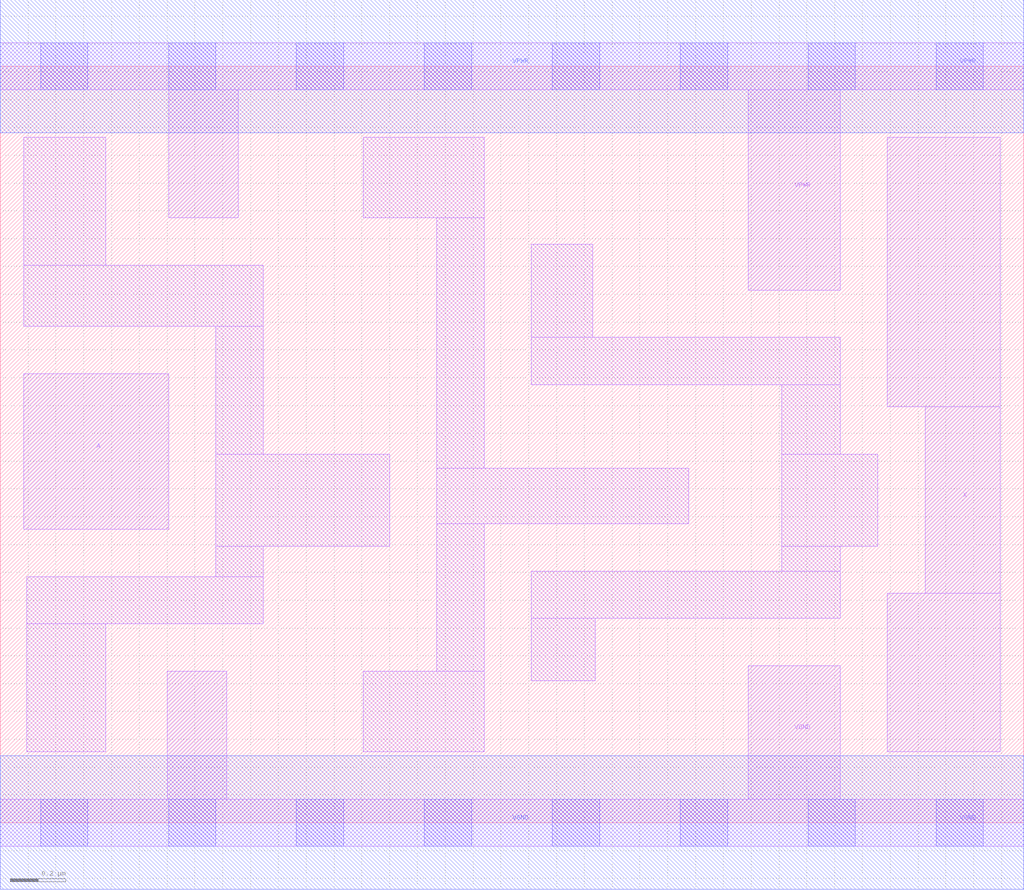
<source format=lef>
# Copyright 2020 The SkyWater PDK Authors
#
# Licensed under the Apache License, Version 2.0 (the "License");
# you may not use this file except in compliance with the License.
# You may obtain a copy of the License at
#
#     https://www.apache.org/licenses/LICENSE-2.0
#
# Unless required by applicable law or agreed to in writing, software
# distributed under the License is distributed on an "AS IS" BASIS,
# WITHOUT WARRANTIES OR CONDITIONS OF ANY KIND, either express or implied.
# See the License for the specific language governing permissions and
# limitations under the License.
#
# SPDX-License-Identifier: Apache-2.0

VERSION 5.7 ;
  NAMESCASESENSITIVE ON ;
  NOWIREEXTENSIONATPIN ON ;
  DIVIDERCHAR "/" ;
  BUSBITCHARS "[]" ;
UNITS
  DATABASE MICRONS 200 ;
END UNITS
PROPERTYDEFINITIONS
  MACRO maskLayoutSubType STRING ;
  MACRO prCellType STRING ;
  MACRO originalViewName STRING ;
END PROPERTYDEFINITIONS
MACRO sky130_fd_sc_hdll__dlygate4sd3_1
  CLASS CORE ;
  FOREIGN sky130_fd_sc_hdll__dlygate4sd3_1 ;
  ORIGIN  0.000000  0.000000 ;
  SIZE  3.680000 BY  2.720000 ;
  SYMMETRY X Y R90 ;
  SITE unithd ;
  PIN A
    ANTENNAGATEAREA  0.138600 ;
    DIRECTION INPUT ;
    USE SIGNAL ;
    PORT
      LAYER li1 ;
        RECT 0.085000 1.055000 0.605000 1.615000 ;
    END
  END A
  PIN VGND
    ANTENNADIFFAREA  0.363600 ;
    DIRECTION INOUT ;
    USE SIGNAL ;
    PORT
      LAYER li1 ;
        RECT 0.000000 -0.085000 3.680000 0.085000 ;
        RECT 0.600000  0.085000 0.815000 0.545000 ;
        RECT 2.690000  0.085000 3.020000 0.565000 ;
      LAYER mcon ;
        RECT 0.145000 -0.085000 0.315000 0.085000 ;
        RECT 0.605000 -0.085000 0.775000 0.085000 ;
        RECT 1.065000 -0.085000 1.235000 0.085000 ;
        RECT 1.525000 -0.085000 1.695000 0.085000 ;
        RECT 1.985000 -0.085000 2.155000 0.085000 ;
        RECT 2.445000 -0.085000 2.615000 0.085000 ;
        RECT 2.905000 -0.085000 3.075000 0.085000 ;
        RECT 3.365000 -0.085000 3.535000 0.085000 ;
      LAYER met1 ;
        RECT 0.000000 -0.240000 3.680000 0.240000 ;
    END
  END VGND
  PIN VPWR
    ANTENNADIFFAREA  0.449100 ;
    DIRECTION INOUT ;
    USE SIGNAL ;
    PORT
      LAYER li1 ;
        RECT 0.000000 2.635000 3.680000 2.805000 ;
        RECT 0.605000 2.175000 0.855000 2.635000 ;
        RECT 2.690000 1.915000 3.020000 2.635000 ;
      LAYER mcon ;
        RECT 0.145000 2.635000 0.315000 2.805000 ;
        RECT 0.605000 2.635000 0.775000 2.805000 ;
        RECT 1.065000 2.635000 1.235000 2.805000 ;
        RECT 1.525000 2.635000 1.695000 2.805000 ;
        RECT 1.985000 2.635000 2.155000 2.805000 ;
        RECT 2.445000 2.635000 2.615000 2.805000 ;
        RECT 2.905000 2.635000 3.075000 2.805000 ;
        RECT 3.365000 2.635000 3.535000 2.805000 ;
      LAYER met1 ;
        RECT 0.000000 2.480000 3.680000 2.960000 ;
    END
  END VPWR
  PIN X
    ANTENNADIFFAREA  0.445500 ;
    DIRECTION OUTPUT ;
    USE SIGNAL ;
    PORT
      LAYER li1 ;
        RECT 3.190000 0.255000 3.595000 0.825000 ;
        RECT 3.190000 1.495000 3.595000 2.465000 ;
        RECT 3.325000 0.825000 3.595000 1.495000 ;
    END
  END X
  OBS
    LAYER li1 ;
      RECT 0.085000 1.785000 0.945000 2.005000 ;
      RECT 0.085000 2.005000 0.380000 2.465000 ;
      RECT 0.095000 0.255000 0.380000 0.715000 ;
      RECT 0.095000 0.715000 0.945000 0.885000 ;
      RECT 0.775000 0.885000 0.945000 0.995000 ;
      RECT 0.775000 0.995000 1.400000 1.325000 ;
      RECT 0.775000 1.325000 0.945000 1.785000 ;
      RECT 1.305000 0.255000 1.740000 0.545000 ;
      RECT 1.305000 2.175000 1.740000 2.465000 ;
      RECT 1.570000 0.545000 1.740000 1.075000 ;
      RECT 1.570000 1.075000 2.475000 1.275000 ;
      RECT 1.570000 1.275000 1.740000 2.175000 ;
      RECT 1.910000 0.510000 2.140000 0.735000 ;
      RECT 1.910000 0.735000 3.020000 0.905000 ;
      RECT 1.910000 1.575000 3.020000 1.745000 ;
      RECT 1.910000 1.745000 2.130000 2.080000 ;
      RECT 2.810000 0.905000 3.020000 0.995000 ;
      RECT 2.810000 0.995000 3.155000 1.325000 ;
      RECT 2.810000 1.325000 3.020000 1.575000 ;
  END
  PROPERTY maskLayoutSubType "abstract" ;
  PROPERTY prCellType "standard" ;
  PROPERTY originalViewName "layout" ;
END sky130_fd_sc_hdll__dlygate4sd3_1

</source>
